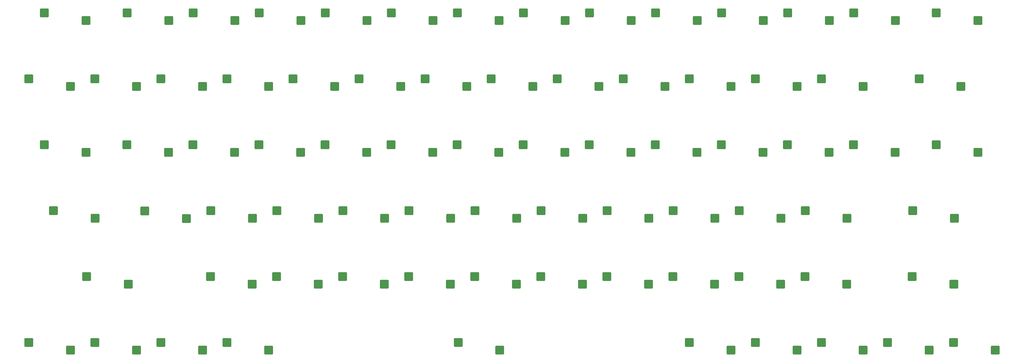
<source format=gbp>
G04 #@! TF.GenerationSoftware,KiCad,Pcbnew,8.0.8*
G04 #@! TF.CreationDate,2025-06-07T08:47:10+08:00*
G04 #@! TF.ProjectId,magic-keys,6d616769-632d-46b6-9579-732e6b696361,rev?*
G04 #@! TF.SameCoordinates,Original*
G04 #@! TF.FileFunction,Paste,Bot*
G04 #@! TF.FilePolarity,Positive*
%FSLAX46Y46*%
G04 Gerber Fmt 4.6, Leading zero omitted, Abs format (unit mm)*
G04 Created by KiCad (PCBNEW 8.0.8) date 2025-06-07 08:47:10*
%MOMM*%
%LPD*%
G01*
G04 APERTURE LIST*
G04 Aperture macros list*
%AMRoundRect*
0 Rectangle with rounded corners*
0 $1 Rounding radius*
0 $2 $3 $4 $5 $6 $7 $8 $9 X,Y pos of 4 corners*
0 Add a 4 corners polygon primitive as box body*
4,1,4,$2,$3,$4,$5,$6,$7,$8,$9,$2,$3,0*
0 Add four circle primitives for the rounded corners*
1,1,$1+$1,$2,$3*
1,1,$1+$1,$4,$5*
1,1,$1+$1,$6,$7*
1,1,$1+$1,$8,$9*
0 Add four rect primitives between the rounded corners*
20,1,$1+$1,$2,$3,$4,$5,0*
20,1,$1+$1,$4,$5,$6,$7,0*
20,1,$1+$1,$6,$7,$8,$9,0*
20,1,$1+$1,$8,$9,$2,$3,0*%
G04 Aperture macros list end*
%ADD10RoundRect,0.250000X-1.025000X-1.000000X1.025000X-1.000000X1.025000X1.000000X-1.025000X1.000000X0*%
G04 APERTURE END LIST*
D10*
G04 #@! TO.C,`~1*
X6025000Y-70200000D03*
X18025000Y-72400000D03*
G04 #@! TD*
G04 #@! TO.C,]}1*
X243862500Y-89250000D03*
X255862500Y-91450000D03*
G04 #@! TD*
G04 #@! TO.C,\u005C|1*
X267742500Y-89250000D03*
X279742500Y-91450000D03*
G04 #@! TD*
G04 #@! TO.C,[{1*
X224812500Y-89250000D03*
X236812500Y-91450000D03*
G04 #@! TD*
G04 #@! TO.C,Z1*
X58412500Y-127350000D03*
X70412500Y-129550000D03*
G04 #@! TD*
G04 #@! TO.C,Y1*
X129562500Y-89250000D03*
X141562500Y-91450000D03*
G04 #@! TD*
G04 #@! TO.C,X1*
X77462500Y-127350000D03*
X89462500Y-129550000D03*
G04 #@! TD*
G04 #@! TO.C,W1*
X53362500Y-89250000D03*
X65362500Y-91450000D03*
G04 #@! TD*
G04 #@! TO.C,V1*
X115562500Y-127350000D03*
X127562500Y-129550000D03*
G04 #@! TD*
G04 #@! TO.C,Up1*
X253675000Y-146400000D03*
X265675000Y-148600000D03*
G04 #@! TD*
G04 #@! TO.C,U2*
X148612500Y-89250000D03*
X160612500Y-91450000D03*
G04 #@! TD*
G04 #@! TO.C,Tab1*
X10500000Y-89250000D03*
X22500000Y-91450000D03*
G04 #@! TD*
G04 #@! TO.C,T1*
X110512500Y-89250000D03*
X122512500Y-91450000D03*
G04 #@! TD*
G04 #@! TO.C,Space1*
X129850000Y-146400000D03*
X141850000Y-148600000D03*
G04 #@! TD*
G04 #@! TO.C,Shift2*
X260818750Y-127350000D03*
X272818750Y-129550000D03*
G04 #@! TD*
G04 #@! TO.C,Shift1*
X22693750Y-127350000D03*
X34693750Y-129550000D03*
G04 #@! TD*
G04 #@! TO.C,S1*
X58537500Y-108300000D03*
X70537500Y-110500000D03*
G04 #@! TD*
G04 #@! TO.C,Right1*
X272725000Y-146400000D03*
X284725000Y-148600000D03*
G04 #@! TD*
G04 #@! TO.C,R1*
X91462500Y-89250000D03*
X103462500Y-91450000D03*
G04 #@! TD*
G04 #@! TO.C,Q1*
X34312500Y-89250000D03*
X46312500Y-91450000D03*
G04 #@! TD*
G04 #@! TO.C,P1*
X205762500Y-89250000D03*
X217762500Y-91450000D03*
G04 #@! TD*
G04 #@! TO.C,Option1*
X44125000Y-146400000D03*
X56125000Y-148600000D03*
G04 #@! TD*
G04 #@! TO.C,O1*
X186712500Y-89250000D03*
X198712500Y-91450000D03*
G04 #@! TD*
G04 #@! TO.C,N1*
X153662500Y-127350000D03*
X165662500Y-129550000D03*
G04 #@! TD*
G04 #@! TO.C,M1*
X172712500Y-127350000D03*
X184712500Y-129550000D03*
G04 #@! TD*
G04 #@! TO.C,Left1*
X215575000Y-146400000D03*
X227575000Y-148600000D03*
G04 #@! TD*
G04 #@! TO.C,L1*
X191887500Y-108300000D03*
X203887500Y-110500000D03*
G04 #@! TD*
G04 #@! TO.C,K1*
X172837500Y-108300000D03*
X184837500Y-110500000D03*
G04 #@! TD*
G04 #@! TO.C,J1*
X153787500Y-108300000D03*
X165787500Y-110500000D03*
G04 #@! TD*
G04 #@! TO.C,I1*
X167662500Y-89250000D03*
X179662500Y-91450000D03*
G04 #@! TD*
G04 #@! TO.C,H1*
X134737500Y-108300000D03*
X146737500Y-110500000D03*
G04 #@! TD*
G04 #@! TO.C,G1*
X115687500Y-108300000D03*
X127687500Y-110500000D03*
G04 #@! TD*
G04 #@! TO.C,Fn1*
X6025000Y-146400000D03*
X18025000Y-148600000D03*
G04 #@! TD*
G04 #@! TO.C,F13*
X96637500Y-108300000D03*
X108637500Y-110500000D03*
G04 #@! TD*
G04 #@! TO.C,F12*
X243930000Y-51150000D03*
X255930000Y-53350000D03*
G04 #@! TD*
G04 #@! TO.C,F11*
X224880000Y-51150000D03*
X236880000Y-53350000D03*
G04 #@! TD*
G04 #@! TO.C,F10*
X205830000Y-51150000D03*
X217830000Y-53350000D03*
G04 #@! TD*
G04 #@! TO.C,F9*
X186780000Y-51150000D03*
X198780000Y-53350000D03*
G04 #@! TD*
G04 #@! TO.C,F8*
X167730000Y-51150000D03*
X179730000Y-53350000D03*
G04 #@! TD*
G04 #@! TO.C,F7*
X148680000Y-51150000D03*
X160680000Y-53350000D03*
G04 #@! TD*
G04 #@! TO.C,F6*
X129630000Y-51150000D03*
X141630000Y-53350000D03*
G04 #@! TD*
G04 #@! TO.C,F5*
X110580000Y-51150000D03*
X122580000Y-53350000D03*
G04 #@! TD*
G04 #@! TO.C,F4*
X91530000Y-51150000D03*
X103530000Y-53350000D03*
G04 #@! TD*
G04 #@! TO.C,F3*
X72480000Y-51150000D03*
X84480000Y-53350000D03*
G04 #@! TD*
G04 #@! TO.C,F2*
X53430000Y-51150000D03*
X65430000Y-53350000D03*
G04 #@! TD*
G04 #@! TO.C,F1*
X34380000Y-51150000D03*
X46380000Y-53350000D03*
G04 #@! TD*
G04 #@! TO.C,Esc1*
X10500000Y-51150000D03*
X22500000Y-53350000D03*
G04 #@! TD*
G04 #@! TO.C,Enter1*
X260943750Y-108300000D03*
X272943750Y-110500000D03*
G04 #@! TD*
G04 #@! TO.C,E1*
X72412500Y-89250000D03*
X84412500Y-91450000D03*
G04 #@! TD*
G04 #@! TO.C,Down1*
X234625000Y-146400000D03*
X246625000Y-148600000D03*
G04 #@! TD*
G04 #@! TO.C,Del1*
X267742500Y-51150000D03*
X279742500Y-53350000D03*
G04 #@! TD*
G04 #@! TO.C,D1*
X77587500Y-108300000D03*
X89587500Y-110500000D03*
G04 #@! TD*
G04 #@! TO.C,Control1*
X25075000Y-146400000D03*
X37075000Y-148600000D03*
G04 #@! TD*
G04 #@! TO.C,Cmd2*
X196525000Y-146400000D03*
X208525000Y-148600000D03*
G04 #@! TD*
G04 #@! TO.C,Cmd1*
X63175000Y-146400000D03*
X75175000Y-148600000D03*
G04 #@! TD*
G04 #@! TO.C,CapsLock1*
X13168750Y-108300000D03*
X25168750Y-110500000D03*
G04 #@! TD*
G04 #@! TO.C,C1*
X96512500Y-127350000D03*
X108512500Y-129550000D03*
G04 #@! TD*
G04 #@! TO.C,Backspace1*
X262812500Y-70200000D03*
X274812500Y-72400000D03*
G04 #@! TD*
G04 #@! TO.C,B1*
X134612500Y-127350000D03*
X146612500Y-129550000D03*
G04 #@! TD*
G04 #@! TO.C,A1*
X39487500Y-108400000D03*
X51487500Y-110600000D03*
G04 #@! TD*
G04 #@! TO.C,>.1*
X210812500Y-127350000D03*
X222812500Y-129550000D03*
G04 #@! TD*
G04 #@! TO.C,=+1*
X234625000Y-70200000D03*
X246625000Y-72400000D03*
G04 #@! TD*
G04 #@! TO.C,<\u002C1*
X191762500Y-127350000D03*
X203762500Y-129550000D03*
G04 #@! TD*
G04 #@! TO.C,;:1*
X210937500Y-108300000D03*
X222937500Y-110500000D03*
G04 #@! TD*
G04 #@! TO.C,9(1*
X177475000Y-70200000D03*
X189475000Y-72400000D03*
G04 #@! TD*
G04 #@! TO.C,8\u002A1*
X158425000Y-70200000D03*
X170425000Y-72400000D03*
G04 #@! TD*
G04 #@! TO.C,7&1*
X139375000Y-70200000D03*
X151375000Y-72400000D03*
G04 #@! TD*
G04 #@! TO.C,6^1*
X120325000Y-70200000D03*
X132325000Y-72400000D03*
G04 #@! TD*
G04 #@! TO.C,5\u00251*
X101275000Y-70200000D03*
X113275000Y-72400000D03*
G04 #@! TD*
G04 #@! TO.C,4$1*
X82225000Y-70200000D03*
X94225000Y-72400000D03*
G04 #@! TD*
G04 #@! TO.C,3#1*
X63175000Y-70200000D03*
X75175000Y-72400000D03*
G04 #@! TD*
G04 #@! TO.C,2@1*
X44125000Y-70200000D03*
X56125000Y-72400000D03*
G04 #@! TD*
G04 #@! TO.C,1!1*
X25075000Y-70200000D03*
X37075000Y-72400000D03*
G04 #@! TD*
G04 #@! TO.C,0)1*
X196525000Y-70200000D03*
X208525000Y-72400000D03*
G04 #@! TD*
G04 #@! TO.C,/1*
X229862500Y-127350000D03*
X241862500Y-129550000D03*
G04 #@! TD*
G04 #@! TO.C,-_1*
X215575000Y-70200000D03*
X227575000Y-72400000D03*
G04 #@! TD*
G04 #@! TO.C,'"1*
X229987500Y-108300000D03*
X241987500Y-110500000D03*
G04 #@! TD*
M02*

</source>
